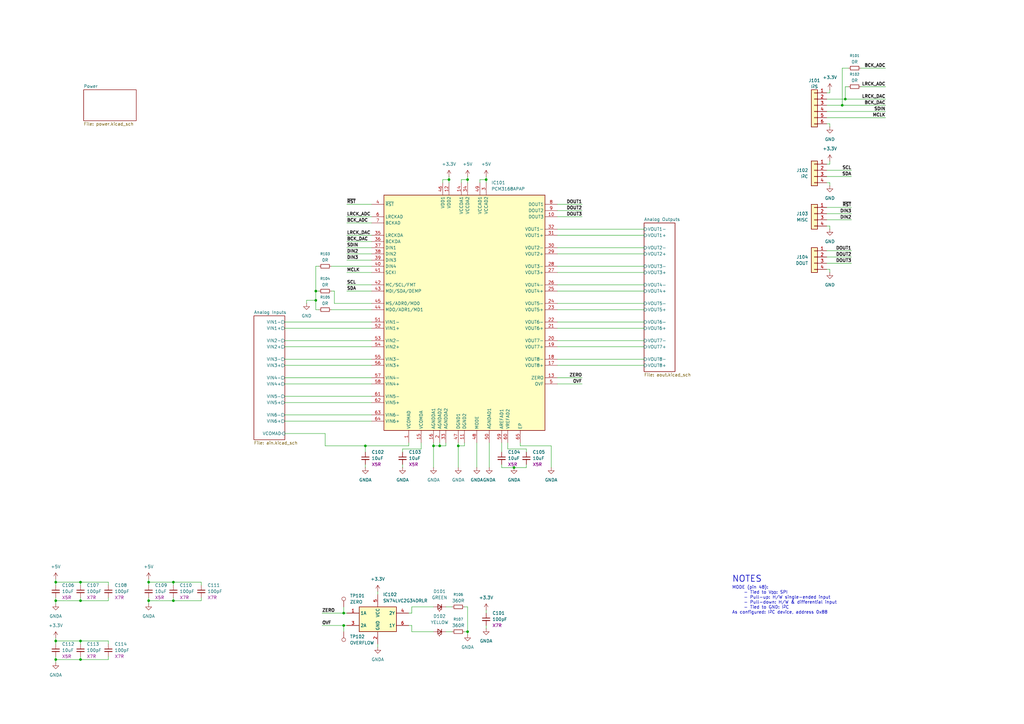
<source format=kicad_sch>
(kicad_sch (version 20250114) (generator "eeschema") (generator_version "9.0")
  (paper "A3")
  (title_block (title "PCM3168PAP Evaluation Board") (date "2026-01-13") (rev "0.1"))
  (lib_symbols
    (symbol "Connector:TestPoint" (pin_numbers (hide yes)) (pin_names (offset 0.762) (hide yes))
      (property "Reference" "TP" (at 0 6.858 0))
      (property "Value" "TestPoint" (at 0 5.08 0))
      (symbol "TestPoint_0_1"
        (circle (center 0 3.302) (radius 0.762))
      )
      (symbol "TestPoint_1_1"
        (pin passive line (at 0 0 90) (length 2.54) (name "1") (number "1"))
      )
    )
    (symbol "Connector_Generic:Conn_01x04" (pin_names (offset 1.016) (hide yes))
      (property "Reference" "J" (at 0 5.08 0))
      (property "Value" "Conn_01x04" (at 0 -7.62 0))
      (symbol "Conn_01x04_1_1"
        (rectangle (start -1.27 3.81) (end 1.27 -6.35) (stroke (width 0.254)) (fill (type background)))
        (rectangle (start -1.27 2.667) (end 0 2.413) (stroke (width 0.1524)))
        (rectangle (start -1.27 0.127) (end 0 -0.127) (stroke (width 0.1524)))
        (rectangle (start -1.27 -2.413) (end 0 -2.667) (stroke (width 0.1524)))
        (rectangle (start -1.27 -4.953) (end 0 -5.207) (stroke (width 0.1524)))
        (pin passive line (at -5.08 2.54 0) (length 3.81) (name "Pin_1") (number "1"))
        (pin passive line (at -5.08 0 0) (length 3.81) (name "Pin_2") (number "2"))
        (pin passive line (at -5.08 -2.54 0) (length 3.81) (name "Pin_3") (number "3"))
        (pin passive line (at -5.08 -5.08 0) (length 3.81) (name "Pin_4") (number "4"))
      )
    )
    (symbol "Connector_Generic:Conn_01x06" (pin_names (offset 1.016) (hide yes))
      (property "Reference" "J" (at 0 7.62 0))
      (property "Value" "Conn_01x06" (at 0 -10.16 0))
      (symbol "Conn_01x06_1_1"
        (rectangle (start -1.27 6.35) (end 1.27 -8.89) (stroke (width 0.254)) (fill (type background)))
        (rectangle (start -1.27 5.207) (end 0 4.953) (stroke (width 0.1524)))
        (rectangle (start -1.27 2.667) (end 0 2.413) (stroke (width 0.1524)))
        (rectangle (start -1.27 0.127) (end 0 -0.127) (stroke (width 0.1524)))
        (rectangle (start -1.27 -2.413) (end 0 -2.667) (stroke (width 0.1524)))
        (rectangle (start -1.27 -4.953) (end 0 -5.207) (stroke (width 0.1524)))
        (rectangle (start -1.27 -7.493) (end 0 -7.747) (stroke (width 0.1524)))
        (pin passive line (at -5.08 5.08 0) (length 3.81) (name "Pin_1") (number "1"))
        (pin passive line (at -5.08 2.54 0) (length 3.81) (name "Pin_2") (number "2"))
        (pin passive line (at -5.08 0 0) (length 3.81) (name "Pin_3") (number "3"))
        (pin passive line (at -5.08 -2.54 0) (length 3.81) (name "Pin_4") (number "4"))
        (pin passive line (at -5.08 -5.08 0) (length 3.81) (name "Pin_5") (number "5"))
        (pin passive line (at -5.08 -7.62 0) (length 3.81) (name "Pin_6") (number "6"))
      )
    )
    (symbol "Device:C_Small" (pin_numbers (hide yes)) (pin_names (offset 0.254) (hide yes))
      (property "Reference" "C" (at 0.254 1.778 0))
      (property "Value" "C_Small" (at 0.254 -2.032 0))
      (symbol "C_Small_0_1"
        (polyline (pts (xy -1.524 0.508) (xy 1.524 0.508)) (stroke (width 0.3048)))
        (polyline (pts (xy -1.524 -0.508) (xy 1.524 -0.508)) (stroke (width 0.3302)))
      )
      (symbol "C_Small_1_1"
        (pin passive line (at 0 2.54 270) (length 2.032) (name "~") (number "1"))
        (pin passive line (at 0 -2.54 90) (length 2.032) (name "~") (number "2"))
      )
    )
    (symbol "Device:LED_Small" (pin_numbers (hide yes)) (pin_names (offset 0.254) (hide yes))
      (property "Reference" "D" (at -1.27 3.175 0))
      (property "Value" "LED_Small" (at -4.445 -2.54 0))
      (symbol "LED_Small_0_1"
        (polyline (pts (xy -0.762 -1.016) (xy -0.762 1.016)) (stroke (width 0.254)))
        (polyline (pts (xy 0 0.762) (xy -0.508 1.27) (xy -0.254 1.27) (xy -0.508 1.27) (xy -0.508 1.016)))
        (polyline (pts (xy 0.508 1.27) (xy 0 1.778) (xy 0.254 1.778) (xy 0 1.778) (xy 0 1.524)))
        (polyline (pts (xy 0.762 -1.016) (xy -0.762 0) (xy 0.762 1.016) (xy 0.762 -1.016)) (stroke (width 0.254)))
        (polyline (pts (xy 1.016 0) (xy -0.762 0)))
      )
      (symbol "LED_Small_1_1"
        (pin passive line (at -2.54 0 0) (length 1.778) (name "K") (number "1"))
        (pin passive line (at 2.54 0 180) (length 1.778) (name "A") (number "2"))
      )
    )
    (symbol "Device:R_Small" (pin_numbers (hide yes)) (pin_names (offset 0.254) (hide yes))
      (property "Reference" "R" (at 0 0 90))
      (property "Value" "R_Small" (at 1.778 0 90))
      (symbol "R_Small_0_1"
        (rectangle (start -0.762 1.778) (end 0.762 -1.778) (stroke (width 0.2032)))
      )
      (symbol "R_Small_1_1"
        (pin passive line (at 0 2.54 270) (length 0.762) (name "~") (number "1"))
        (pin passive line (at 0 -2.54 90) (length 0.762) (name "~") (number "2"))
      )
    )
    (symbol "PCM3168APAP:PCM3168APAP"
      (property "Reference" "IC" (at 40.64 34.29 0))
      (property "Value" "PCM3168APAP" (at 18.796 50.292 0))
      (symbol "PCM3168APAP_1_1"
        (rectangle (start -33.02 48.26) (end 33.02 -48.26) (stroke (width 0.254)) (fill (type background)))
        (pin input line (at -38.1 44.45 0) (length 5.08) (name "~{RST}") (number "4"))
        (pin bidirectional line (at -38.1 39.37 0) (length 5.08) (name "LRCKAD") (number "6"))
        (pin bidirectional line (at -38.1 36.83 0) (length 5.08) (name "BCKAD") (number "7"))
        (pin bidirectional line (at -38.1 31.75 0) (length 5.08) (name "LRCKDA") (number "35"))
        (pin bidirectional line (at -38.1 29.21 0) (length 5.08) (name "BCKDA") (number "36"))
        (pin input line (at -38.1 26.67 0) (length 5.08) (name "DIN1") (number "37"))
        (pin input line (at -38.1 24.13 0) (length 5.08) (name "DIN2") (number "38"))
        (pin input line (at -38.1 21.59 0) (length 5.08) (name "DIN3") (number "39"))
        (pin input line (at -38.1 19.05 0) (length 5.08) (name "DIN4") (number "40"))
        (pin input line (at -38.1 16.51 0) (length 5.08) (name "SCKI") (number "41"))
        (pin input line (at -38.1 11.43 0) (length 5.08) (name "MC/SCL/FMT") (number "42"))
        (pin bidirectional line (at -38.1 8.89 0) (length 5.08) (name "MDI/SDA/DEMP") (number "43"))
        (pin input line (at -38.1 3.81 0) (length 5.08) (name "MS/ADR0/MD0") (number "45"))
        (pin bidirectional line (at -38.1 1.27 0) (length 5.08) (name "MDO/ADR1/MD1") (number "44"))
        (pin input line (at -38.1 -3.81 0) (length 5.08) (name "VIN1-") (number "51"))
        (pin input line (at -38.1 -6.35 0) (length 5.08) (name "VIN1+") (number "52"))
        (pin input line (at -38.1 -11.43 0) (length 5.08) (name "VIN2-") (number "53"))
        (pin input line (at -38.1 -13.97 0) (length 5.08) (name "VIN2+") (number "54"))
        (pin input line (at -38.1 -19.05 0) (length 5.08) (name "VIN3-") (number "55"))
        (pin input line (at -38.1 -21.59 0) (length 5.08) (name "VIN3+") (number "56"))
        (pin input line (at -38.1 -26.67 0) (length 5.08) (name "VIN4-") (number "57"))
        (pin input line (at -38.1 -29.21 0) (length 5.08) (name "VIN4+") (number "58"))
        (pin input line (at -38.1 -34.29 0) (length 5.08) (name "VIN5-") (number "61"))
        (pin input line (at -38.1 -36.83 0) (length 5.08) (name "VIN5+") (number "62"))
        (pin input line (at -38.1 -41.91 0) (length 5.08) (name "VIN6-") (number "63"))
        (pin input line (at -38.1 -44.45 0) (length 5.08) (name "VIN6+") (number "64"))
        (pin power_in line (at -22.86 -53.34 90) (length 5.08) (name "VCOMAD") (number "1"))
        (pin power_in line (at -17.78 -53.34 90) (length 5.08) (name "VCOMDA") (number "15"))
        (pin power_in line (at -12.7 -53.34 90) (length 5.08) (name "AGNDDA1") (number "16"))
        (pin power_in line (at -10.16 -53.34 90) (length 5.08) (name "AGNDAD2") (number "2"))
        (pin power_in line (at -8.89 53.34 270) (length 5.08) (name "VDD1") (number "46"))
        (pin power_in line (at -7.62 -53.34 90) (length 5.08) (name "AGNDDA2") (number "33"))
        (pin power_in line (at -6.35 53.34 270) (length 5.08) (name "VDD2") (number "12"))
        (pin power_in line (at -2.54 -53.34 90) (length 5.08) (name "DGND1") (number "47"))
        (pin power_out line (at -1.27 53.34 270) (length 5.08) (name "VCCDA1") (number "14"))
        (pin power_in line (at 0 -53.34 90) (length 5.08) (name "DGND2") (number "11"))
        (pin power_in line (at 1.27 53.34 270) (length 5.08) (name "VCCDA2") (number "34"))
        (pin input line (at 5.08 -53.34 90) (length 5.08) (name "MODE") (number "48"))
        (pin power_in line (at 6.35 53.34 270) (length 5.08) (name "VCCAD1") (number "49"))
        (pin power_in line (at 8.89 53.34 270) (length 5.08) (name "VCCAD2") (number "3"))
        (pin power_in line (at 10.16 -53.34 90) (length 5.08) (name "AGNDAD1") (number "50"))
        (pin power_in line (at 15.24 -53.34 90) (length 5.08) (name "AREFAD1") (number "59"))
        (pin power_in line (at 17.78 -53.34 90) (length 5.08) (name "VREFAD2") (number "60"))
        (pin power_in line (at 22.86 -53.34 90) (length 5.08) (name "EP") (number "65"))
        (pin output line (at 38.1 44.45 180) (length 5.08) (name "DOUT1") (number "8"))
        (pin output line (at 38.1 41.91 180) (length 5.08) (name "DOUT2") (number "9"))
        (pin output line (at 38.1 39.37 180) (length 5.08) (name "DOUT3") (number "10"))
        (pin output line (at 38.1 34.29 180) (length 5.08) (name "VOUT1-") (number "32"))
        (pin output line (at 38.1 31.75 180) (length 5.08) (name "VOUT1+") (number "31"))
        (pin output line (at 38.1 26.67 180) (length 5.08) (name "VOUT2-") (number "30"))
        (pin output line (at 38.1 24.13 180) (length 5.08) (name "VOUT2+") (number "29"))
        (pin output line (at 38.1 19.05 180) (length 5.08) (name "VOUT3-") (number "28"))
        (pin output line (at 38.1 16.51 180) (length 5.08) (name "VOUT3+") (number "27"))
        (pin output line (at 38.1 11.43 180) (length 5.08) (name "VOUT4-") (number "26"))
        (pin output line (at 38.1 8.89 180) (length 5.08) (name "VOUT4+") (number "25"))
        (pin output line (at 38.1 3.81 180) (length 5.08) (name "VOUT5-") (number "24"))
        (pin output line (at 38.1 1.27 180) (length 5.08) (name "VOUT5+") (number "23"))
        (pin output line (at 38.1 -3.81 180) (length 5.08) (name "VOUT6-") (number "22"))
        (pin output line (at 38.1 -6.35 180) (length 5.08) (name "VOUT6+") (number "21"))
        (pin output line (at 38.1 -11.43 180) (length 5.08) (name "VOUT7-") (number "20"))
        (pin output line (at 38.1 -13.97 180) (length 5.08) (name "VOUT7+") (number "19"))
        (pin output line (at 38.1 -19.05 180) (length 5.08) (name "VOUT8-") (number "18"))
        (pin output line (at 38.1 -21.59 180) (length 5.08) (name "VOUT8+") (number "17"))
        (pin output line (at 38.1 -26.67 180) (length 5.08) (name "ZERO") (number "13"))
        (pin output line (at 38.1 -29.21 180) (length 5.08) (name "OVF") (number "5"))
      )
    )
    (symbol "SN74LVC2G34DRLR:SN74LVC2G34DRLR"
      (property "Reference" "IC" (at 8.89 10.16 0))
      (property "Value" "SN74LVC2G34DRLR" (at 8.89 7.62 0))
      (symbol "SN74LVC2G34DRLR_1_1"
        (rectangle (start -7.62 5.08) (end 7.62 -5.08) (stroke (width 0.254)) (fill (type background)))
        (pin passive line (at -12.7 2.54 0) (length 5.08) (name "1A") (number "1"))
        (pin passive line (at -12.7 -2.54 0) (length 5.08) (name "2A") (number "3"))
        (pin passive line (at 0 10.16 270) (length 5.08) (name "VCC") (number "5"))
        (pin passive line (at 0 -10.16 90) (length 5.08) (name "GND") (number "2"))
        (pin passive line (at 12.7 2.54 180) (length 5.08) (name "2Y") (number "4"))
        (pin passive line (at 12.7 -2.54 180) (length 5.08) (name "1Y") (number "6"))
      )
    )
    (symbol "power:+3.3V" (power) (pin_numbers (hide yes)) (pin_names (offset 0) (hide yes))
      (property "Value" "+3.3V" (at 0 3.556 0))
      (symbol "+3.3V_0_1"
        (polyline (pts (xy -0.762 1.27) (xy 0 2.54)))
        (polyline (pts (xy 0 2.54) (xy 0.762 1.27)))
        (polyline (pts (xy 0 0) (xy 0 2.54)))
      )
      (symbol "+3.3V_1_1"
        (pin power_in line (at 0 0 90) (length 0) (name "~") (number "1"))
      )
    )
    (symbol "power:+5V" (power) (pin_numbers (hide yes)) (pin_names (offset 0) (hide yes))
      (property "Value" "+5V" (at 0 3.556 0))
      (symbol "+5V_0_1"
        (polyline (pts (xy -0.762 1.27) (xy 0 2.54)))
        (polyline (pts (xy 0 2.54) (xy 0.762 1.27)))
        (polyline (pts (xy 0 0) (xy 0 2.54)))
      )
      (symbol "+5V_1_1"
        (pin power_in line (at 0 0 90) (length 0) (name "~") (number "1"))
      )
    )
    (symbol "power:GND" (power) (pin_numbers (hide yes)) (pin_names (offset 0) (hide yes))
      (property "Value" "GND" (at 0 -3.81 0))
      (symbol "GND_0_1"
        (polyline (pts (xy 0 0) (xy 0 -1.27) (xy 1.27 -1.27) (xy 0 -2.54) (xy -1.27 -1.27) (xy 0 -1.27)))
      )
      (symbol "GND_1_1"
        (pin power_in line (at 0 0 270) (length 0) (name "~") (number "1"))
      )
    )
    (symbol "power:GNDA" (power) (pin_numbers (hide yes)) (pin_names (offset 0) (hide yes))
      (property "Value" "GNDA" (at 0 -3.81 0))
      (symbol "GNDA_0_1"
        (polyline (pts (xy 0 0) (xy 0 -1.27) (xy 1.27 -1.27) (xy 0 -2.54) (xy -1.27 -1.27) (xy 0 -1.27)))
      )
      (symbol "GNDA_1_1"
        (pin power_in line (at 0 0 270) (length 0) (name "~") (number "1"))
      )
    )
  )
  (text "MODE (pin 48): \n	- Tied to V_{DD}: SPI\n	- Pull-up: H/W single-ended input\n	- Pull-down: H/W & differential input\n	- Tied to GND: I^{2}C\nAs configured: I^{2}C device, address 0x88" (at 300.228 240.284 0) (effects (font (size 1.27 1.27) (thickness 0.1588)) (justify left top)))
  (text "NOTES" (at 300.228 239.014 0) (effects (font (size 2.54 2.54) (thickness 0.254) (bold yes)) (justify left bottom)))
  (junction (at 187.96 182.88))
  (junction (at 60.96 238.76))
  (junction (at 199.39 73.66))
  (junction (at 177.8 182.88))
  (junction (at 149.86 182.88))
  (junction (at 22.86 262.89))
  (junction (at 210.82 191.77))
  (junction (at 33.02 270.51))
  (junction (at 140.97 251.46))
  (junction (at 33.02 246.38))
  (junction (at 22.86 270.51))
  (junction (at 191.77 259.08))
  (junction (at 33.02 262.89))
  (junction (at 71.12 238.76))
  (junction (at 184.15 73.66))
  (junction (at 346.71 40.64))
  (junction (at 191.77 73.66))
  (junction (at 33.02 238.76))
  (junction (at 129.54 119.38))
  (junction (at 129.54 123.19))
  (junction (at 71.12 246.38))
  (junction (at 60.96 246.38))
  (junction (at 345.44 43.18))
  (junction (at 22.86 238.76))
  (junction (at 22.86 246.38))
  (junction (at 140.97 256.54))
  (junction (at 180.34 182.88))
  (wire (pts (xy 349.25 102.87) (xy 339.09 102.87)))
  (wire (pts (xy 189.23 73.66) (xy 191.77 73.66)))
  (wire (pts (xy 60.96 246.38) (xy 60.96 247.65)))
  (wire (pts (xy 168.91 248.92) (xy 177.8 248.92)))
  (wire (pts (xy 44.45 264.16) (xy 44.45 262.89)))
  (wire (pts (xy 149.86 190.5) (xy 149.86 191.77)))
  (wire (pts (xy 140.97 256.54) (xy 142.24 256.54)))
  (wire (pts (xy 187.96 181.61) (xy 187.96 182.88)))
  (wire (pts (xy 228.6 147.32) (xy 264.16 147.32)))
  (wire (pts (xy 130.81 127) (xy 129.54 127)))
  (wire (pts (xy 116.84 172.72) (xy 152.4 172.72)))
  (wire (pts (xy 215.9 191.77) (xy 215.9 190.5)))
  (wire (pts (xy 129.54 109.22) (xy 130.81 109.22)))
  (wire (pts (xy 205.74 190.5) (xy 205.74 191.77)))
  (wire (pts (xy 142.24 106.68) (xy 152.4 106.68)))
  (wire (pts (xy 167.64 181.61) (xy 167.64 182.88)))
  (wire (pts (xy 167.64 256.54) (xy 168.91 256.54)))
  (wire (pts (xy 165.1 184.15) (xy 165.1 185.42)))
  (wire (pts (xy 340.36 38.1) (xy 340.36 36.83)))
  (wire (pts (xy 238.76 83.82) (xy 228.6 83.82)))
  (wire (pts (xy 187.96 182.88) (xy 187.96 191.77)))
  (wire (pts (xy 82.55 245.11) (xy 82.55 246.38)))
  (wire (pts (xy 215.9 184.15) (xy 215.9 185.42)))
  (wire (pts (xy 349.25 90.17) (xy 339.09 90.17)))
  (wire (pts (xy 149.86 182.88) (xy 149.86 185.42)))
  (wire (pts (xy 195.58 181.61) (xy 195.58 191.77)))
  (wire (pts (xy 339.09 67.31) (xy 340.36 67.31)))
  (wire (pts (xy 363.22 35.56) (xy 353.06 35.56)))
  (wire (pts (xy 228.6 96.52) (xy 264.16 96.52)))
  (wire (pts (xy 60.96 245.11) (xy 60.96 246.38)))
  (wire (pts (xy 228.6 109.22) (xy 264.16 109.22)))
  (wire (pts (xy 116.84 165.1) (xy 152.4 165.1)))
  (wire (pts (xy 205.74 181.61) (xy 205.74 185.42)))
  (wire (pts (xy 347.98 27.94) (xy 345.44 27.94)))
  (wire (pts (xy 226.06 182.88) (xy 226.06 191.77)))
  (wire (pts (xy 228.6 149.86) (xy 264.16 149.86)))
  (wire (pts (xy 22.86 262.89) (xy 22.86 264.16)))
  (wire (pts (xy 199.39 72.39) (xy 199.39 73.66)))
  (wire (pts (xy 191.77 73.66) (xy 191.77 74.93)))
  (wire (pts (xy 116.84 162.56) (xy 152.4 162.56)))
  (wire (pts (xy 33.02 240.03) (xy 33.02 238.76)))
  (wire (pts (xy 154.94 264.16) (xy 154.94 265.43)))
  (wire (pts (xy 228.6 134.62) (xy 264.16 134.62)))
  (wire (pts (xy 184.15 72.39) (xy 184.15 73.66)))
  (wire (pts (xy 149.86 182.88) (xy 133.35 182.88)))
  (wire (pts (xy 125.73 123.19) (xy 129.54 123.19)))
  (wire (pts (xy 339.09 43.18) (xy 345.44 43.18)))
  (wire (pts (xy 132.08 256.54) (xy 140.97 256.54)))
  (wire (pts (xy 22.86 269.24) (xy 22.86 270.51)))
  (wire (pts (xy 116.84 134.62) (xy 152.4 134.62)))
  (wire (pts (xy 347.98 35.56) (xy 346.71 35.56)))
  (wire (pts (xy 22.86 262.89) (xy 33.02 262.89)))
  (wire (pts (xy 228.6 142.24) (xy 264.16 142.24)))
  (wire (pts (xy 22.86 270.51) (xy 22.86 271.78)))
  (wire (pts (xy 339.09 40.64) (xy 346.71 40.64)))
  (wire (pts (xy 190.5 181.61) (xy 190.5 182.88)))
  (wire (pts (xy 238.76 157.48) (xy 228.6 157.48)))
  (wire (pts (xy 182.88 259.08) (xy 185.42 259.08)))
  (wire (pts (xy 60.96 246.38) (xy 71.12 246.38)))
  (wire (pts (xy 168.91 259.08) (xy 177.8 259.08)))
  (wire (pts (xy 181.61 73.66) (xy 184.15 73.66)))
  (wire (pts (xy 339.09 48.26) (xy 363.22 48.26)))
  (wire (pts (xy 22.86 245.11) (xy 22.86 246.38)))
  (wire (pts (xy 199.39 73.66) (xy 199.39 74.93)))
  (wire (pts (xy 180.34 182.88) (xy 177.8 182.88)))
  (wire (pts (xy 208.28 181.61) (xy 208.28 184.15)))
  (wire (pts (xy 349.25 105.41) (xy 339.09 105.41)))
  (wire (pts (xy 228.6 119.38) (xy 264.16 119.38)))
  (wire (pts (xy 172.72 184.15) (xy 165.1 184.15)))
  (wire (pts (xy 116.84 142.24) (xy 152.4 142.24)))
  (wire (pts (xy 82.55 240.03) (xy 82.55 238.76)))
  (wire (pts (xy 142.24 83.82) (xy 152.4 83.82)))
  (wire (pts (xy 199.39 250.19) (xy 199.39 251.46)))
  (wire (pts (xy 140.97 251.46) (xy 142.24 251.46)))
  (wire (pts (xy 340.36 67.31) (xy 340.36 66.04)))
  (wire (pts (xy 184.15 73.66) (xy 184.15 74.93)))
  (wire (pts (xy 340.36 110.49) (xy 339.09 110.49)))
  (wire (pts (xy 339.09 45.72) (xy 363.22 45.72)))
  (wire (pts (xy 82.55 246.38) (xy 71.12 246.38)))
  (wire (pts (xy 228.6 124.46) (xy 264.16 124.46)))
  (wire (pts (xy 116.84 154.94) (xy 152.4 154.94)))
  (wire (pts (xy 44.45 240.03) (xy 44.45 238.76)))
  (wire (pts (xy 142.24 96.52) (xy 152.4 96.52)))
  (wire (pts (xy 135.89 109.22) (xy 152.4 109.22)))
  (wire (pts (xy 205.74 191.77) (xy 210.82 191.77)))
  (wire (pts (xy 340.36 92.71) (xy 340.36 93.98)))
  (wire (pts (xy 199.39 256.54) (xy 199.39 257.81)))
  (wire (pts (xy 340.36 50.8) (xy 340.36 52.07)))
  (wire (pts (xy 190.5 248.92) (xy 191.77 248.92)))
  (wire (pts (xy 177.8 182.88) (xy 177.8 191.77)))
  (wire (pts (xy 116.84 157.48) (xy 152.4 157.48)))
  (wire (pts (xy 137.16 124.46) (xy 137.16 119.38)))
  (wire (pts (xy 142.24 119.38) (xy 152.4 119.38)))
  (wire (pts (xy 142.24 116.84) (xy 152.4 116.84)))
  (wire (pts (xy 82.55 238.76) (xy 71.12 238.76)))
  (wire (pts (xy 346.71 35.56) (xy 346.71 40.64)))
  (wire (pts (xy 349.25 85.09) (xy 339.09 85.09)))
  (wire (pts (xy 168.91 256.54) (xy 168.91 259.08)))
  (wire (pts (xy 116.84 132.08) (xy 152.4 132.08)))
  (wire (pts (xy 60.96 238.76) (xy 60.96 240.03)))
  (wire (pts (xy 340.36 111.76) (xy 340.36 110.49)))
  (wire (pts (xy 228.6 104.14) (xy 264.16 104.14)))
  (wire (pts (xy 238.76 88.9) (xy 228.6 88.9)))
  (wire (pts (xy 33.02 246.38) (xy 33.02 245.11)))
  (wire (pts (xy 228.6 132.08) (xy 264.16 132.08)))
  (wire (pts (xy 228.6 139.7) (xy 264.16 139.7)))
  (wire (pts (xy 349.25 87.63) (xy 339.09 87.63)))
  (wire (pts (xy 168.91 251.46) (xy 168.91 248.92)))
  (wire (pts (xy 228.6 111.76) (xy 264.16 111.76)))
  (wire (pts (xy 60.96 238.76) (xy 71.12 238.76)))
  (wire (pts (xy 129.54 127) (xy 129.54 123.19)))
  (wire (pts (xy 213.36 181.61) (xy 213.36 182.88)))
  (wire (pts (xy 116.84 147.32) (xy 152.4 147.32)))
  (wire (pts (xy 116.84 139.7) (xy 152.4 139.7)))
  (wire (pts (xy 142.24 104.14) (xy 152.4 104.14)))
  (wire (pts (xy 33.02 264.16) (xy 33.02 262.89)))
  (wire (pts (xy 238.76 154.94) (xy 228.6 154.94)))
  (wire (pts (xy 345.44 27.94) (xy 345.44 43.18)))
  (wire (pts (xy 196.85 74.93) (xy 196.85 73.66)))
  (wire (pts (xy 44.45 269.24) (xy 44.45 270.51)))
  (wire (pts (xy 142.24 111.76) (xy 152.4 111.76)))
  (wire (pts (xy 191.77 72.39) (xy 191.77 73.66)))
  (wire (pts (xy 187.96 182.88) (xy 190.5 182.88)))
  (wire (pts (xy 137.16 124.46) (xy 152.4 124.46)))
  (wire (pts (xy 125.73 124.46) (xy 125.73 123.19)))
  (wire (pts (xy 142.24 99.06) (xy 152.4 99.06)))
  (wire (pts (xy 349.25 107.95) (xy 339.09 107.95)))
  (wire (pts (xy 116.84 170.18) (xy 152.4 170.18)))
  (wire (pts (xy 340.36 74.93) (xy 340.36 76.2)))
  (wire (pts (xy 213.36 182.88) (xy 226.06 182.88)))
  (wire (pts (xy 22.86 246.38) (xy 22.86 247.65)))
  (wire (pts (xy 22.86 246.38) (xy 33.02 246.38)))
  (wire (pts (xy 172.72 181.61) (xy 172.72 184.15)))
  (wire (pts (xy 363.22 27.94) (xy 353.06 27.94)))
  (wire (pts (xy 142.24 91.44) (xy 152.4 91.44)))
  (wire (pts (xy 116.84 149.86) (xy 152.4 149.86)))
  (wire (pts (xy 182.88 181.61) (xy 182.88 182.88)))
  (wire (pts (xy 190.5 259.08) (xy 191.77 259.08)))
  (wire (pts (xy 189.23 74.93) (xy 189.23 73.66)))
  (wire (pts (xy 140.97 248.92) (xy 140.97 251.46)))
  (wire (pts (xy 191.77 248.92) (xy 191.77 259.08)))
  (wire (pts (xy 339.09 92.71) (xy 340.36 92.71)))
  (wire (pts (xy 238.76 86.36) (xy 228.6 86.36)))
  (wire (pts (xy 349.25 72.39) (xy 339.09 72.39)))
  (wire (pts (xy 135.89 127) (xy 152.4 127)))
  (wire (pts (xy 22.86 237.49) (xy 22.86 238.76)))
  (wire (pts (xy 165.1 190.5) (xy 165.1 191.77)))
  (wire (pts (xy 167.64 251.46) (xy 168.91 251.46)))
  (wire (pts (xy 133.35 182.88) (xy 133.35 177.8)))
  (wire (pts (xy 339.09 74.93) (xy 340.36 74.93)))
  (wire (pts (xy 71.12 246.38) (xy 71.12 245.11)))
  (wire (pts (xy 180.34 181.61) (xy 180.34 182.88)))
  (wire (pts (xy 129.54 119.38) (xy 129.54 109.22)))
  (wire (pts (xy 182.88 182.88) (xy 180.34 182.88)))
  (wire (pts (xy 208.28 184.15) (xy 215.9 184.15)))
  (wire (pts (xy 149.86 182.88) (xy 167.64 182.88)))
  (wire (pts (xy 44.45 245.11) (xy 44.45 246.38)))
  (wire (pts (xy 228.6 127) (xy 264.16 127)))
  (wire (pts (xy 349.25 69.85) (xy 339.09 69.85)))
  (wire (pts (xy 228.6 116.84) (xy 264.16 116.84)))
  (wire (pts (xy 129.54 123.19) (xy 129.54 119.38)))
  (wire (pts (xy 132.08 251.46) (xy 140.97 251.46)))
  (wire (pts (xy 142.24 88.9) (xy 152.4 88.9)))
  (wire (pts (xy 133.35 177.8) (xy 116.84 177.8)))
  (wire (pts (xy 129.54 119.38) (xy 130.81 119.38)))
  (wire (pts (xy 200.66 181.61) (xy 200.66 191.77)))
  (wire (pts (xy 228.6 101.6) (xy 264.16 101.6)))
  (wire (pts (xy 44.45 262.89) (xy 33.02 262.89)))
  (wire (pts (xy 191.77 259.08) (xy 191.77 260.35)))
  (wire (pts (xy 182.88 248.92) (xy 185.42 248.92)))
  (wire (pts (xy 22.86 261.62) (xy 22.86 262.89)))
  (wire (pts (xy 33.02 270.51) (xy 33.02 269.24)))
  (wire (pts (xy 142.24 101.6) (xy 152.4 101.6)))
  (wire (pts (xy 44.45 246.38) (xy 33.02 246.38)))
  (wire (pts (xy 339.09 50.8) (xy 340.36 50.8)))
  (wire (pts (xy 71.12 240.03) (xy 71.12 238.76)))
  (wire (pts (xy 210.82 191.77) (xy 215.9 191.77)))
  (wire (pts (xy 44.45 238.76) (xy 33.02 238.76)))
  (wire (pts (xy 363.22 43.18) (xy 345.44 43.18)))
  (wire (pts (xy 44.45 270.51) (xy 33.02 270.51)))
  (wire (pts (xy 60.96 237.49) (xy 60.96 238.76)))
  (wire (pts (xy 177.8 181.61) (xy 177.8 182.88)))
  (wire (pts (xy 181.61 74.93) (xy 181.61 73.66)))
  (wire (pts (xy 22.86 238.76) (xy 33.02 238.76)))
  (wire (pts (xy 154.94 242.57) (xy 154.94 243.84)))
  (wire (pts (xy 228.6 93.98) (xy 264.16 93.98)))
  (wire (pts (xy 22.86 238.76) (xy 22.86 240.03)))
  (wire (pts (xy 137.16 119.38) (xy 135.89 119.38)))
  (wire (pts (xy 196.85 73.66) (xy 199.39 73.66)))
  (wire (pts (xy 22.86 270.51) (xy 33.02 270.51)))
  (wire (pts (xy 339.09 38.1) (xy 340.36 38.1)))
  (wire (pts (xy 363.22 40.64) (xy 346.71 40.64)))
  (wire (pts (xy 140.97 256.54) (xy 140.97 259.08)))
  (label "SDIN" (at 363.22 45.72 180) (effects (font (thickness 0.254) (bold yes))))
  (label "DOUT3" (at 238.76 88.9 180) (effects (font (thickness 0.254) (bold yes))))
  (label "DOUT2" (at 349.25 105.41 180) (effects (font (thickness 0.254) (bold yes))))
  (label "ZERO" (at 132.08 251.46 0) (effects (font (thickness 0.254) (bold yes))))
  (label "ZERO" (at 238.76 154.94 180) (effects (font (thickness 0.254) (bold yes))))
  (label "DOUT2" (at 238.76 86.36 180) (effects (font (thickness 0.254) (bold yes))))
  (label "LRCK_DAC" (at 142.24 96.52 0) (effects (font (thickness 0.254) (bold yes))))
  (label "LRCK_DAC" (at 363.22 40.64 180) (effects (font (thickness 0.254) (bold yes))))
  (label "SCL" (at 349.25 69.85 180) (effects (font (thickness 0.254) (bold yes))))
  (label "~{RST}" (at 142.24 83.82 0) (effects (font (thickness 0.254) (bold yes))))
  (label "DIN3" (at 142.24 106.68 0) (effects (font (thickness 0.254) (bold yes))))
  (label "DIN3" (at 349.25 87.63 180) (effects (font (thickness 0.254) (bold yes))))
  (label "DOUT1" (at 349.25 102.87 180) (effects (font (thickness 0.254) (bold yes))))
  (label "BCK_DAC" (at 363.22 43.18 180) (effects (font (thickness 0.254) (bold yes))))
  (label "DOUT1" (at 238.76 83.82 180) (effects (font (thickness 0.254) (bold yes))))
  (label "SDIN" (at 142.24 101.6 0) (effects (font (thickness 0.254) (bold yes))))
  (label "SDA" (at 142.24 119.38 0) (effects (font (thickness 0.254) (bold yes))))
  (label "LRCK_ADC" (at 142.24 88.9 0) (effects (font (thickness 0.254) (bold yes))))
  (label "BCK_ADC" (at 142.24 91.44 0) (effects (font (thickness 0.254) (bold yes))))
  (label "~{RST}" (at 349.25 85.09 180) (effects (font (thickness 0.254) (bold yes))))
  (label "OVF" (at 238.76 157.48 180) (effects (font (thickness 0.254) (bold yes))))
  (label "SDA" (at 349.25 72.39 180) (effects (font (thickness 0.254) (bold yes))))
  (label "MCLK" (at 363.22 48.26 180) (effects (font (thickness 0.254) (bold yes))))
  (label "SCL" (at 142.24 116.84 0) (effects (font (thickness 0.254) (bold yes))))
  (label "BCK_ADC" (at 363.22 27.94 180) (effects (font (thickness 0.254) (bold yes))))
  (label "MCLK" (at 142.24 111.76 0) (effects (font (thickness 0.254) (bold yes))))
  (label "LRCK_ADC" (at 363.22 35.56 180) (effects (font (thickness 0.254) (bold yes))))
  (label "BCK_DAC" (at 142.24 99.06 0) (effects (font (thickness 0.254) (bold yes))))
  (label "DOUT3" (at 349.25 107.95 180) (effects (font (thickness 0.254) (bold yes))))
  (label "DIN2" (at 142.24 104.14 0) (effects (font (thickness 0.254) (bold yes))))
  (label "OVF" (at 132.08 256.54 0) (effects (font (thickness 0.254) (bold yes))))
  (label "DIN2" (at 349.25 90.17 180) (effects (font (thickness 0.254) (bold yes))))
  (symbol (lib_id "power:+3.3V") (at 199.39 250.19 0) (unit 1)
    (property "Reference" "#PWR0110" (effects (hide yes)))
    (property "Value" "+3.3V" (at 199.39 245.11 0))
    (property "Description" "Power symbol creates a global label with name \"+3.3V\"" (effects (hide yes)))
  )
  (symbol (lib_id "power:+5V") (at 199.39 72.39 0) (unit 1)
    (property "Reference" "#PWR0107" (effects (hide yes)))
    (property "Value" "+5V" (at 199.39 67.31 0))
    (property "Description" "Power symbol creates a global label with name \"+5V\"" (effects (hide yes)))
  )
  (symbol (lib_id "Device:C_Small") (at 22.86 242.57 0) (unit 1)
    (property "Reference" "C106" (at 25.4 240.03 0) (effects (justify left)))
    (property "Value" "10uF" (at 25.4 242.57 0) (effects (justify left)))
    (property "Footprint" "Capacitor_SMD:C_0603_1608Metric" (effects (hide yes)))
    (property "Description" "X5R" (at 25.4 245.1038 0) (effects (justify left)))
  )
  (symbol (lib_id "Device:C_Small") (at 149.86 187.96 0) (unit 1)
    (property "Reference" "C102" (at 152.4 185.42 0) (effects (justify left)))
    (property "Value" "10uF" (at 152.4 187.96 0) (effects (justify left)))
    (property "Footprint" "Capacitor_SMD:C_0603_1608Metric" (effects (hide yes)))
    (property "Description" "X5R" (at 152.4 190.4938 0) (effects (justify left)))
  )
  (symbol (lib_id "Device:R_Small") (at 187.96 259.08 90) (unit 1)
    (property "Reference" "R107" (at 187.96 254 90) (effects (font (size 1.016 1.016))))
    (property "Value" "360R" (at 187.96 256.54 90))
    (property "Footprint" "Resistor_SMD:R_0402_1005Metric" (effects (hide yes)))
    (property "Description" "Resistor, small symbol" (effects (hide yes)))
  )
  (symbol (lib_id "Connector:TestPoint") (at 140.97 248.92 0) (unit 1)
    (property "Reference" "TP101" (at 143.51 244.3479 0) (effects (justify left)))
    (property "Value" "ZERO" (at 143.51 246.8879 0) (effects (justify left)))
    (property "Footprint" "TestPoint:TestPoint_Pad_1.0x1.0mm" (effects (hide yes)))
    (property "Description" "test point" (effects (hide yes)))
  )
  (symbol (lib_id "Device:C_Small") (at 44.45 266.7 0) (unit 1)
    (property "Reference" "C114" (at 46.99 264.16 0) (effects (justify left)))
    (property "Value" "100pF" (at 46.99 266.7 0) (effects (justify left)))
    (property "Footprint" "Capacitor_SMD:C_0402_1005Metric" (effects (hide yes)))
    (property "Description" "X7R" (at 46.99 269.2338 0) (effects (justify left)))
  )
  (symbol (lib_id "power:GNDA") (at 195.58 191.77 0) (unit 1)
    (property "Reference" "#PWR0118" (effects (hide yes)))
    (property "Value" "GNDA" (at 195.58 196.85 0))
    (property "Description" "Power symbol creates a global label with name \"GNDA\" , analog ground" (effects (hide yes)))
  )
  (symbol (lib_id "power:+5V") (at 191.77 72.39 0) (unit 1)
    (property "Reference" "#PWR0106" (effects (hide yes)))
    (property "Value" "+5V" (at 191.77 67.31 0))
    (property "Description" "Power symbol creates a global label with name \"+5V\"" (effects (hide yes)))
  )
  (symbol (lib_id "power:GNDA") (at 165.1 191.77 0) (unit 1)
    (property "Reference" "#PWR0115" (effects (hide yes)))
    (property "Value" "GNDA" (at 165.1 196.85 0))
    (property "Description" "Power symbol creates a global label with name \"GNDA\" , analog ground" (effects (hide yes)))
  )
  (symbol (lib_id "power:GNDA") (at 177.8 191.77 0) (unit 1)
    (property "Reference" "#PWR0116" (effects (hide yes)))
    (property "Value" "GNDA" (at 177.8 196.85 0))
    (property "Description" "Power symbol creates a global label with name \"GNDA\" , analog ground" (effects (hide yes)))
  )
  (symbol (lib_id "power:GNDA") (at 210.82 191.77 0) (unit 1)
    (property "Reference" "#PWR0120" (effects (hide yes)))
    (property "Value" "GNDA" (at 210.82 196.85 0))
    (property "Description" "Power symbol creates a global label with name \"GNDA\" , analog ground" (effects (hide yes)))
  )
  (symbol (lib_id "Connector:TestPoint") (at 140.97 259.08 180) (unit 1)
    (property "Reference" "TP102" (at 143.51 261.1119 0) (effects (justify right)))
    (property "Value" "OVERFLOW" (at 143.51 263.6519 0) (effects (justify right)))
    (property "Footprint" "TestPoint:TestPoint_Pad_1.0x1.0mm" (effects (hide yes)))
    (property "Description" "test point" (effects (hide yes)))
  )
  (symbol (lib_id "Device:C_Small") (at 82.55 242.57 0) (unit 1)
    (property "Reference" "C111" (at 85.09 240.03 0) (effects (justify left)))
    (property "Value" "100pF" (at 85.09 242.57 0) (effects (justify left)))
    (property "Footprint" "Capacitor_SMD:C_0402_1005Metric" (effects (hide yes)))
    (property "Description" "X7R" (at 85.09 245.1038 0) (effects (justify left)))
  )
  (symbol (lib_id "Device:C_Small") (at 33.02 266.7 0) (unit 1)
    (property "Reference" "C113" (at 35.56 264.16 0) (effects (justify left)))
    (property "Value" "100pF" (at 35.56 266.7 0) (effects (justify left)))
    (property "Footprint" "Capacitor_SMD:C_0402_1005Metric" (effects (hide yes)))
    (property "Description" "X7R" (at 35.56 269.2338 0) (effects (justify left)))
  )
  (symbol (lib_id "power:GND") (at 340.36 93.98 0) (unit 1)
    (property "Reference" "#PWR0130" (effects (hide yes)))
    (property "Value" "GND" (at 340.36 99.06 0))
    (property "Description" "Power symbol creates a global label with name \"GND\" , ground" (effects (hide yes)))
  )
  (symbol (lib_id "power:GND") (at 340.36 52.07 0) (unit 1)
    (property "Reference" "#PWR0102" (effects (hide yes)))
    (property "Value" "GND" (at 340.36 57.15 0))
    (property "Description" "Power symbol creates a global label with name \"GND\" , ground" (effects (hide yes)))
  )
  (symbol (lib_id "power:+3.3V") (at 154.94 242.57 0) (unit 1)
    (property "Reference" "#PWR0109" (effects (hide yes)))
    (property "Value" "+3.3V" (at 154.94 237.49 0))
    (property "Description" "Power symbol creates a global label with name \"+3.3V\"" (effects (hide yes)))
  )
  (symbol (lib_id "power:GNDA") (at 226.06 191.77 0) (unit 1)
    (property "Reference" "#PWR0121" (effects (hide yes)))
    (property "Value" "GNDA" (at 226.06 196.85 0))
    (property "Description" "Power symbol creates a global label with name \"GNDA\" , analog ground" (effects (hide yes)))
  )
  (symbol (lib_id "power:GNDA") (at 22.86 247.65 0) (unit 1)
    (property "Reference" "#PWR0124" (effects (hide yes)))
    (property "Value" "GNDA" (at 22.86 252.73 0))
    (property "Description" "Power symbol creates a global label with name \"GNDA\" , analog ground" (effects (hide yes)))
  )
  (symbol (lib_id "Device:R_Small") (at 133.35 127 90) (unit 1)
    (property "Reference" "R105" (at 133.35 121.92 90) (effects (font (size 1.016 1.016))))
    (property "Value" "0R" (at 133.35 124.46 90))
    (property "Footprint" "Resistor_SMD:R_0402_1005Metric" (effects (hide yes)))
    (property "Description" "Resistor, small symbol" (effects (hide yes)))
  )
  (symbol (lib_id "Connector_Generic:Conn_01x04") (at 334.01 69.85 0) (mirror y) (unit 1)
    (property "Reference" "J102" (at 331.47 69.8499 0) (effects (justify left)))
    (property "Value" "I^{2}C" (at 331.47 72.3899 0) (effects (justify left)))
    (property "Footprint" "Connector_PinHeader_2.54mm:PinHeader_1x04_P2.54mm_Vertical" (effects (hide yes)))
    (property "Description" "Generic connector, single row, 01x04, script generated (kicad-library-utils/schlib/autogen/connector/)" (effects (hide yes)))
  )
  (symbol (lib_id "power:GNDA") (at 60.96 247.65 0) (unit 1)
    (property "Reference" "#PWR0125" (effects (hide yes)))
    (property "Value" "GNDA" (at 60.96 252.73 0))
    (property "Description" "Power symbol creates a global label with name \"GNDA\" , analog ground" (effects (hide yes)))
  )
  (symbol (lib_id "Device:C_Small") (at 215.9 187.96 0) (unit 1)
    (property "Reference" "C105" (at 218.44 185.42 0) (effects (justify left)))
    (property "Value" "10uF" (at 218.44 187.96 0) (effects (justify left)))
    (property "Footprint" "Capacitor_SMD:C_0603_1608Metric" (effects (hide yes)))
    (property "Description" "X5R" (at 218.44 190.4938 0) (effects (justify left)))
  )
  (symbol (lib_id "SN74LVC2G34DRLR:SN74LVC2G34DRLR") (at 154.94 254 0) (unit 1)
    (property "Reference" "IC102" (at 157.0833 243.84 0) (effects (justify left)))
    (property "Value" "SN74LVC2G34DRLR" (at 157.0833 246.38 0) (effects (justify left)))
    (property "Footprint" "SN74LVC2G34DRLR:SOTFL50P160X60-6N" (effects (hide yes)))
    (property "Datasheet" "http://www.ti.com/lit/gpn/sn74lvc2g34" (effects (hide yes)))
    (property "Description" "Dual Buffer Gate" (effects (hide yes)))
    (property "Height" "0.6" (effects (hide yes)))
    (property "Mouser Part Number" "595-SN74LVC2G34DRLR" (effects (hide yes)))
    (property "Mouser Price/Stock" "https://www.mouser.co.uk/ProductDetail/Texas-Instruments/SN74LVC2G34DRLR?qs=dT9u2OTAaVVDZgn8e2DJmw%3D%3D" (effects (hide yes)))
    (property "Manufacturer_Name" "Texas Instruments" (effects (hide yes)))
    (property "Manufacturer_Part_Number" "SN74LVC2G34DRLR" (effects (hide yes)))
  )
  (symbol (lib_id "power:GNDA") (at 200.66 191.77 0) (unit 1)
    (property "Reference" "#PWR0119" (effects (hide yes)))
    (property "Value" "GNDA" (at 200.66 196.85 0))
    (property "Description" "Power symbol creates a global label with name \"GNDA\" , analog ground" (effects (hide yes)))
  )
  (symbol (lib_id "power:GNDA") (at 154.94 265.43 0) (unit 1)
    (property "Reference" "#PWR0113" (effects (hide yes)))
    (property "Value" "GNDA" (at 154.94 270.51 0))
    (property "Description" "Power symbol creates a global label with name \"GNDA\" , analog ground" (effects (hide yes)))
  )
  (symbol (lib_id "Device:R_Small") (at 133.35 119.38 90) (unit 1)
    (property "Reference" "R104" (at 133.35 114.3 90) (effects (font (size 1.016 1.016))))
    (property "Value" "0R" (at 133.35 116.84 90))
    (property "Footprint" "Resistor_SMD:R_0402_1005Metric" (effects (hide yes)))
    (property "Description" "Resistor, small symbol" (effects (hide yes)))
  )
  (symbol (lib_id "Connector_Generic:Conn_01x04") (at 334.01 87.63 0) (mirror y) (unit 1)
    (property "Reference" "J103" (at 331.47 87.6299 0) (effects (justify left)))
    (property "Value" "MISC" (at 331.47 90.1699 0) (effects (justify left)))
    (property "Footprint" "Connector_PinHeader_2.54mm:PinHeader_1x04_P2.54mm_Vertical" (effects (hide yes)))
    (property "Description" "Generic connector, single row, 01x04, script generated (kicad-library-utils/schlib/autogen/connector/)" (effects (hide yes)))
  )
  (symbol (lib_id "Device:C_Small") (at 60.96 242.57 0) (unit 1)
    (property "Reference" "C109" (at 63.5 240.03 0) (effects (justify left)))
    (property "Value" "10uF" (at 63.5 242.57 0) (effects (justify left)))
    (property "Footprint" "Capacitor_SMD:C_0603_1608Metric" (effects (hide yes)))
    (property "Description" "X5R" (at 63.5 245.1038 0) (effects (justify left)))
  )
  (symbol (lib_id "Device:R_Small") (at 133.35 109.22 90) (unit 1)
    (property "Reference" "R103" (at 133.35 104.14 90) (effects (font (size 1.016 1.016))))
    (property "Value" "0R" (at 133.35 106.68 90))
    (property "Footprint" "Resistor_SMD:R_0402_1005Metric" (effects (hide yes)))
    (property "Description" "Resistor, small symbol" (effects (hide yes)))
  )
  (symbol (lib_id "power:GNDA") (at 187.96 191.77 0) (unit 1)
    (property "Reference" "#PWR0117" (effects (hide yes)))
    (property "Value" "GNDA" (at 187.96 196.85 0))
    (property "Description" "Power symbol creates a global label with name \"GNDA\" , analog ground" (effects (hide yes)))
  )
  (symbol (lib_id "power:GNDA") (at 199.39 257.81 0) (unit 1)
    (property "Reference" "#PWR0111" (effects (hide yes)))
    (property "Value" "GNDA" (at 199.39 262.89 0))
    (property "Description" "Power symbol creates a global label with name \"GNDA\" , analog ground" (effects (hide yes)))
  )
  (symbol (lib_id "Device:C_Small") (at 22.86 266.7 0) (unit 1)
    (property "Reference" "C112" (at 25.4 264.16 0) (effects (justify left)))
    (property "Value" "10uF" (at 25.4 266.7 0) (effects (justify left)))
    (property "Footprint" "Capacitor_SMD:C_0603_1608Metric" (effects (hide yes)))
    (property "Description" "X5R" (at 25.4 269.2338 0) (effects (justify left)))
  )
  (symbol (lib_id "Device:C_Small") (at 165.1 187.96 0) (unit 1)
    (property "Reference" "C103" (at 167.64 185.42 0) (effects (justify left)))
    (property "Value" "10uF" (at 167.64 187.96 0) (effects (justify left)))
    (property "Footprint" "Capacitor_SMD:C_0603_1608Metric" (effects (hide yes)))
    (property "Description" "X5R" (at 167.64 190.4938 0) (effects (justify left)))
  )
  (symbol (lib_id "Device:R_Small") (at 350.52 35.56 90) (unit 1)
    (property "Reference" "R102" (at 350.52 30.48 90) (effects (font (size 1.016 1.016))))
    (property "Value" "0R" (at 350.52 33.02 90))
    (property "Footprint" "Resistor_SMD:R_0402_1005Metric" (effects (hide yes)))
    (property "Description" "Resistor, small symbol" (effects (hide yes)))
  )
  (symbol (lib_id "Device:LED_Small") (at 180.34 259.08 180) (unit 1)
    (property "Reference" "D102" (at 180.2765 252.73 0))
    (property "Value" "YELLOW" (at 180.2765 255.27 0))
    (property "Footprint" "LED_SMD:LED_0603_1608Metric" (effects (hide yes)))
    (property "Description" "Light emitting diode, small symbol" (effects (hide yes)))
    (property "Sim.Pin" "1=K 2=A" (effects (hide yes)))
  )
  (symbol (lib_id "power:GNDA") (at 22.86 271.78 0) (unit 1)
    (property "Reference" "#PWR0128" (effects (hide yes)))
    (property "Value" "GNDA" (at 22.86 276.86 0))
    (property "Description" "Power symbol creates a global label with name \"GNDA\" , analog ground" (effects (hide yes)))
  )
  (symbol (lib_id "Device:R_Small") (at 187.96 248.92 90) (unit 1)
    (property "Reference" "R106" (at 187.96 243.84 90) (effects (font (size 1.016 1.016))))
    (property "Value" "360R" (at 187.96 246.38 90))
    (property "Footprint" "Resistor_SMD:R_0402_1005Metric" (effects (hide yes)))
    (property "Description" "Resistor, small symbol" (effects (hide yes)))
  )
  (symbol (lib_id "power:GNDA") (at 149.86 191.77 0) (unit 1)
    (property "Reference" "#PWR0114" (effects (hide yes)))
    (property "Value" "GNDA" (at 149.86 196.85 0))
    (property "Description" "Power symbol creates a global label with name \"GNDA\" , analog ground" (effects (hide yes)))
  )
  (symbol (lib_id "Device:C_Small") (at 205.74 187.96 0) (unit 1)
    (property "Reference" "C104" (at 208.28 185.42 0) (effects (justify left)))
    (property "Value" "10uF" (at 208.28 187.96 0) (effects (justify left)))
    (property "Footprint" "Capacitor_SMD:C_0603_1608Metric" (effects (hide yes)))
    (property "Description" "X5R" (at 208.28 190.4938 0) (effects (justify left)))
  )
  (symbol (lib_id "power:GND") (at 340.36 76.2 0) (unit 1)
    (property "Reference" "#PWR0104" (effects (hide yes)))
    (property "Value" "GND" (at 340.36 81.28 0))
    (property "Description" "Power symbol creates a global label with name \"GND\" , ground" (effects (hide yes)))
  )
  (symbol (lib_id "PCM3168APAP:PCM3168APAP") (at 190.5 128.27 0) (unit 1)
    (property "Reference" "IC101" (at 201.5333 74.93 0) (effects (justify left)))
    (property "Value" "PCM3168APAP" (at 201.5333 77.47 0) (effects (justify left)))
    (property "Footprint" "PCM3168APAP:QFP50P1200X1200X120-65N" (effects (hide yes)))
    (property "Datasheet" "http://componentsearchengine.com/Datasheets/1/PCM3168APAP.pdf" (effects (hide yes)))
    (property "Description" "24-bit Multi-channel Audio CODEC 6ch-in/8ch-out with 96/192kHz sampling rate" (effects (hide yes)))
    (property "Height" "1.2" (effects (hide yes)))
    (property "Mouser Part Number" "595-PCM3168APAP" (effects (hide yes)))
    (property "Mouser Price/Stock" "https://www.mouser.co.uk/ProductDetail/Texas-Instruments/PCM3168APAP?qs=XGzIaZb%2FFYLbI2tx1znCxA%3D%3D" (effects (hide yes)))
    (property "Manufacturer_Name" "Texas Instruments" (effects (hide yes)))
    (property "Manufacturer_Part_Number" "PCM3168APAP" (effects (hide yes)))
  )
  (symbol (lib_id "Connector_Generic:Conn_01x04") (at 334.01 105.41 0) (mirror y) (unit 1)
    (property "Reference" "J104" (at 331.47 105.4099 0) (effects (justify left)))
    (property "Value" "DOUT" (at 331.47 107.9499 0) (effects (justify left)))
    (property "Footprint" "Connector_PinHeader_2.54mm:PinHeader_1x04_P2.54mm_Vertical" (effects (hide yes)))
    (property "Description" "Generic connector, single row, 01x04, script generated (kicad-library-utils/schlib/autogen/connector/)" (effects (hide yes)))
  )
  (symbol (lib_id "power:GND") (at 340.36 111.76 0) (mirror y) (unit 1)
    (property "Reference" "#PWR0131" (effects (hide yes)))
    (property "Value" "GND" (at 340.36 116.84 0))
    (property "Description" "Power symbol creates a global label with name \"GND\" , ground" (effects (hide yes)))
  )
  (symbol (lib_id "Device:C_Small") (at 71.12 242.57 0) (unit 1)
    (property "Reference" "C110" (at 73.66 240.03 0) (effects (justify left)))
    (property "Value" "100pF" (at 73.66 242.57 0) (effects (justify left)))
    (property "Footprint" "Capacitor_SMD:C_0402_1005Metric" (effects (hide yes)))
    (property "Description" "X7R" (at 73.66 245.1038 0) (effects (justify left)))
  )
  (symbol (lib_id "power:+5V") (at 22.86 237.49 0) (unit 1)
    (property "Reference" "#PWR0122" (effects (hide yes)))
    (property "Value" "+5V" (at 22.86 232.41 0))
    (property "Description" "Power symbol creates a global label with name \"+5V\"" (effects (hide yes)))
  )
  (symbol (lib_id "Device:LED_Small") (at 180.34 248.92 180) (unit 1)
    (property "Reference" "D101" (at 180.2765 242.57 0))
    (property "Value" "GREEN" (at 180.2765 245.11 0))
    (property "Footprint" "LED_SMD:LED_0603_1608Metric" (effects (hide yes)))
    (property "Description" "Light emitting diode, small symbol" (effects (hide yes)))
    (property "Sim.Pin" "1=K 2=A" (effects (hide yes)))
  )
  (symbol (lib_id "Device:C_Small") (at 199.39 254 0) (unit 1)
    (property "Reference" "C101" (at 201.93 251.46 0) (effects (justify left)))
    (property "Value" "100pF" (at 201.93 254 0) (effects (justify left)))
    (property "Footprint" "Capacitor_SMD:C_0402_1005Metric" (effects (hide yes)))
    (property "Description" "X7R" (at 201.93 256.5338 0) (effects (justify left)))
  )
  (symbol (lib_id "Device:C_Small") (at 44.45 242.57 0) (unit 1)
    (property "Reference" "C108" (at 46.99 240.03 0) (effects (justify left)))
    (property "Value" "100pF" (at 46.99 242.57 0) (effects (justify left)))
    (property "Footprint" "Capacitor_SMD:C_0402_1005Metric" (effects (hide yes)))
    (property "Description" "X7R" (at 46.99 245.1038 0) (effects (justify left)))
  )
  (symbol (lib_id "power:+3.3V") (at 340.36 66.04 0) (unit 1)
    (property "Reference" "#PWR0103" (effects (hide yes)))
    (property "Value" "+3.3V" (at 340.36 60.96 0))
    (property "Description" "Power symbol creates a global label with name \"+3.3V\"" (effects (hide yes)))
  )
  (symbol (lib_id "power:GNDA") (at 191.77 260.35 0) (unit 1)
    (property "Reference" "#PWR0112" (effects (hide yes)))
    (property "Value" "GNDA" (at 191.77 265.43 0))
    (property "Description" "Power symbol creates a global label with name \"GNDA\" , analog ground" (effects (hide yes)))
  )
  (symbol (lib_id "Device:R_Small") (at 350.52 27.94 90) (unit 1)
    (property "Reference" "R101" (at 350.52 22.86 90) (effects (font (size 1.016 1.016))))
    (property "Value" "0R" (at 350.52 25.4 90))
    (property "Footprint" "Resistor_SMD:R_0402_1005Metric" (effects (hide yes)))
    (property "Description" "Resistor, small symbol" (effects (hide yes)))
  )
  (symbol (lib_id "power:GND") (at 125.73 124.46 0) (unit 1)
    (property "Reference" "#PWR0108" (effects (hide yes)))
    (property "Value" "GND" (at 125.73 129.54 0))
    (property "Description" "Power symbol creates a global label with name \"GND\" , ground" (effects (hide yes)))
  )
  (symbol (lib_id "power:+3.3V") (at 22.86 261.62 0) (unit 1)
    (property "Reference" "#PWR0126" (effects (hide yes)))
    (property "Value" "+3.3V" (at 22.86 256.54 0))
    (property "Description" "Power symbol creates a global label with name \"+3.3V\"" (effects (hide yes)))
  )
  (symbol (lib_id "Connector_Generic:Conn_01x06") (at 334.01 43.18 0) (mirror y) (unit 1)
    (property "Reference" "J101" (at 334.01 33.02 0))
    (property "Value" "I^{2}S" (at 334.01 35.56 0))
    (property "Footprint" "Connector_PinHeader_2.54mm:PinHeader_1x06_P2.54mm_Vertical" (effects (hide yes)))
    (property "Description" "Generic connector, single row, 01x06, script generated (kicad-library-utils/schlib/autogen/connector/)" (effects (hide yes)))
  )
  (symbol (lib_id "power:+5V") (at 60.96 237.49 0) (unit 1)
    (property "Reference" "#PWR0123" (effects (hide yes)))
    (property "Value" "+5V" (at 60.96 232.41 0))
    (property "Description" "Power symbol creates a global label with name \"+5V\"" (effects (hide yes)))
  )
  (symbol (lib_id "Device:C_Small") (at 33.02 242.57 0) (unit 1)
    (property "Reference" "C107" (at 35.56 240.03 0) (effects (justify left)))
    (property "Value" "100pF" (at 35.56 242.57 0) (effects (justify left)))
    (property "Footprint" "Capacitor_SMD:C_0402_1005Metric" (effects (hide yes)))
    (property "Description" "X7R" (at 35.56 245.1038 0) (effects (justify left)))
  )
  (symbol (lib_id "power:+3.3V") (at 184.15 72.39 0) (unit 1)
    (property "Reference" "#PWR0105" (effects (hide yes)))
    (property "Value" "+3.3V" (at 184.15 67.31 0))
    (property "Description" "Power symbol creates a global label with name \"+3.3V\"" (effects (hide yes)))
  )
  (symbol (lib_id "power:+3.3V") (at 340.36 36.83 0) (unit 1)
    (property "Reference" "#PWR0101" (effects (hide yes)))
    (property "Value" "+3.3V" (at 340.36 31.75 0))
    (property "Description" "Power symbol creates a global label with name \"+3.3V\"" (effects (hide yes)))
  )
  (sheet (at 104.14 129.54) (size 12.7 50.8) (stroke (width 0.1524))
    (property "Sheetname" "Analog Inputs" (at 104.14 128.8284 0) (effects (justify left bottom)))
    (property "Sheetfile" "ain.kicad_sch" (at 104.14 180.9246 0) (effects (justify left top)))
    (pin "VCOMAD" input (at 116.84 177.8 0))
    (pin "VIN1+" output (at 116.84 134.62 0))
    (pin "VIN1-" output (at 116.84 132.08 0))
    (pin "VIN2+" output (at 116.84 142.24 0))
    (pin "VIN2-" output (at 116.84 139.7 0))
    (pin "VIN3+" output (at 116.84 149.86 0))
    (pin "VIN3-" output (at 116.84 147.32 0))
    (pin "VIN4+" output (at 116.84 157.48 0))
    (pin "VIN4-" output (at 116.84 154.94 0))
    (pin "VIN5+" output (at 116.84 165.1 0))
    (pin "VIN5-" output (at 116.84 162.56 0))
    (pin "VIN6+" output (at 116.84 172.72 0))
    (pin "VIN6-" output (at 116.84 170.18 0))
  )
  (sheet (at 264.16 91.44) (size 12.7 60.96) (stroke (width 0.1524))
    (property "Sheetname" "Analog Outputs" (at 264.16 90.7284 0) (effects (justify left bottom)))
    (property "Sheetfile" "aout.kicad_sch" (at 264.16 152.9846 0) (effects (justify left top)))
    (pin "VOUT1+" input (at 264.16 96.52 180))
    (pin "VOUT1-" input (at 264.16 93.98 180))
    (pin "VOUT2+" input (at 264.16 104.14 180))
    (pin "VOUT2-" input (at 264.16 101.6 180))
    (pin "VOUT3+" input (at 264.16 111.76 180))
    (pin "VOUT3-" input (at 264.16 109.22 180))
    (pin "VOUT4+" input (at 264.16 119.38 180))
    (pin "VOUT4-" input (at 264.16 116.84 180))
    (pin "VOUT5+" input (at 264.16 127 180))
    (pin "VOUT5-" input (at 264.16 124.46 180))
    (pin "VOUT6+" input (at 264.16 134.62 180))
    (pin "VOUT6-" input (at 264.16 132.08 180))
    (pin "VOUT7+" input (at 264.16 142.24 180))
    (pin "VOUT7-" input (at 264.16 139.7 180))
    (pin "VOUT8+" input (at 264.16 149.86 180))
    (pin "VOUT8-" input (at 264.16 147.32 180))
  )
  (sheet (at 34.29 36.83) (size 21.59 12.7) (stroke (width 0.1524))
    (property "Sheetname" "Power" (at 34.29 36.1184 0) (effects (justify left bottom)))
    (property "Sheetfile" "power.kicad_sch" (at 34.29 50.1146 0) (effects (justify left top)))
  )
)
</source>
